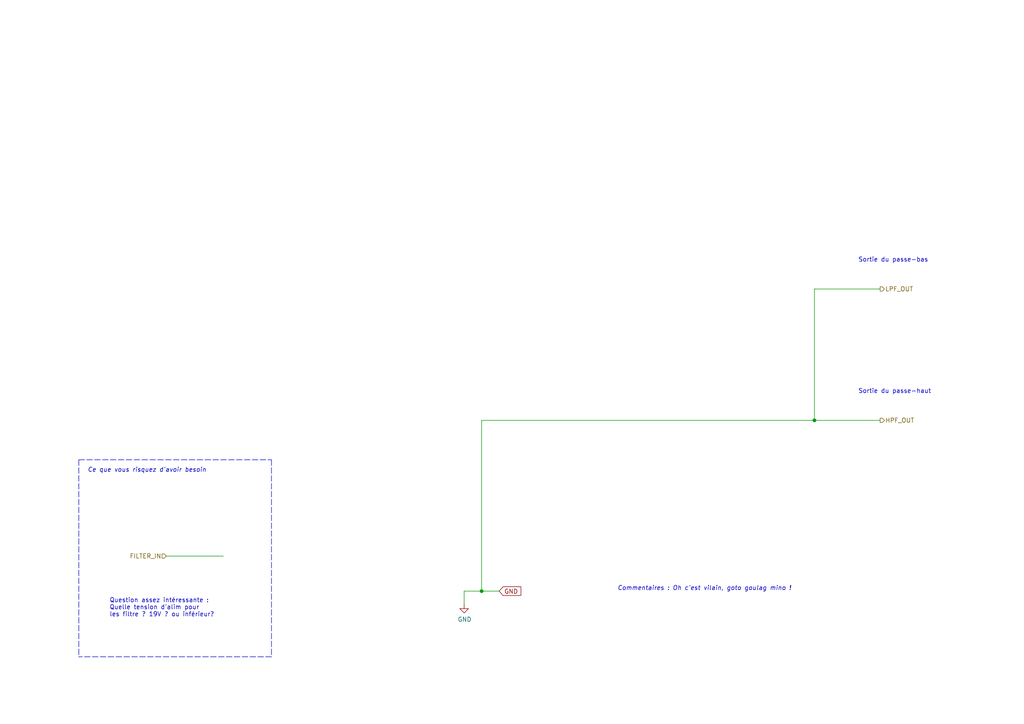
<source format=kicad_sch>
(kicad_sch (version 20211123) (generator eeschema)

  (uuid 9286cf02-1563-41d2-9931-c192c33bab31)

  (paper "A4")

  (lib_symbols
    (symbol "power:GND" (power) (pin_names (offset 0)) (in_bom yes) (on_board yes)
      (property "Reference" "#PWR" (id 0) (at 0 -6.35 0)
        (effects (font (size 1.27 1.27)) hide)
      )
      (property "Value" "GND" (id 1) (at 0 -3.81 0)
        (effects (font (size 1.27 1.27)))
      )
      (property "Footprint" "" (id 2) (at 0 0 0)
        (effects (font (size 1.27 1.27)) hide)
      )
      (property "Datasheet" "" (id 3) (at 0 0 0)
        (effects (font (size 1.27 1.27)) hide)
      )
      (property "ki_keywords" "power-flag" (id 4) (at 0 0 0)
        (effects (font (size 1.27 1.27)) hide)
      )
      (property "ki_description" "Power symbol creates a global label with name \"GND\" , ground" (id 5) (at 0 0 0)
        (effects (font (size 1.27 1.27)) hide)
      )
      (symbol "GND_0_1"
        (polyline
          (pts
            (xy 0 0)
            (xy 0 -1.27)
            (xy 1.27 -1.27)
            (xy 0 -2.54)
            (xy -1.27 -1.27)
            (xy 0 -1.27)
          )
          (stroke (width 0) (type default) (color 0 0 0 0))
          (fill (type none))
        )
      )
      (symbol "GND_1_1"
        (pin power_in line (at 0 0 270) (length 0) hide
          (name "GND" (effects (font (size 1.27 1.27))))
          (number "1" (effects (font (size 1.27 1.27))))
        )
      )
    )
  )

  (junction (at 236.22 121.92) (diameter 0) (color 0 0 0 0)
    (uuid 73c2b688-6a02-48cb-84ea-ef7bbefe3710)
  )
  (junction (at 139.7 171.45) (diameter 0) (color 0 0 0 0)
    (uuid ae45d5cd-24bf-4725-a6de-7f3623a519cb)
  )

  (polyline (pts (xy 78.74 190.5) (xy 22.86 190.5))
    (stroke (width 0) (type default) (color 0 0 0 0))
    (uuid 18d11f32-e1a6-4f29-8e3c-0bfeb07299bd)
  )

  (wire (pts (xy 134.62 171.45) (xy 134.62 175.26))
    (stroke (width 0) (type default) (color 0 0 0 0))
    (uuid 191dc40b-3c73-4f8e-855d-63aa32ca539d)
  )
  (polyline (pts (xy 22.86 133.35) (xy 78.74 133.35))
    (stroke (width 0) (type default) (color 0 0 0 0))
    (uuid 6afc19cf-38b4-47a3-bc2b-445b18724310)
  )

  (wire (pts (xy 48.26 161.29) (xy 64.77 161.29))
    (stroke (width 0) (type default) (color 0 0 0 0))
    (uuid 77c8b55d-eb6a-4413-8bcf-1a53c31ad1c1)
  )
  (polyline (pts (xy 78.74 133.35) (xy 78.74 190.5))
    (stroke (width 0) (type default) (color 0 0 0 0))
    (uuid 84d296ba-3d39-4264-ad19-947f90c54396)
  )
  (polyline (pts (xy 22.86 133.35) (xy 22.86 190.5))
    (stroke (width 0) (type default) (color 0 0 0 0))
    (uuid a90361cd-254c-4d27-ae1f-9a6c85bafe28)
  )

  (wire (pts (xy 236.22 121.92) (xy 139.7 121.92))
    (stroke (width 0) (type default) (color 0 0 0 0))
    (uuid acbc1db1-1839-40b3-a000-d5f1c67fbb1c)
  )
  (wire (pts (xy 236.22 121.92) (xy 255.27 121.92))
    (stroke (width 0) (type default) (color 0 0 0 0))
    (uuid b4b795d4-029e-47df-a3a3-8cf4a798917e)
  )
  (wire (pts (xy 134.62 171.45) (xy 139.7 171.45))
    (stroke (width 0) (type default) (color 0 0 0 0))
    (uuid c0f46546-fbd1-426e-96ee-952b0db7f210)
  )
  (wire (pts (xy 139.7 171.45) (xy 144.78 171.45))
    (stroke (width 0) (type default) (color 0 0 0 0))
    (uuid d1a5c6e8-4d61-4cf2-be24-2d52047021b8)
  )
  (wire (pts (xy 236.22 83.82) (xy 236.22 121.92))
    (stroke (width 0) (type default) (color 0 0 0 0))
    (uuid e5f21619-baf6-44cf-a885-d87a4d746684)
  )
  (wire (pts (xy 255.27 83.82) (xy 236.22 83.82))
    (stroke (width 0) (type default) (color 0 0 0 0))
    (uuid e972d81b-04a3-42f3-91df-f5a9001bddbd)
  )
  (wire (pts (xy 139.7 121.92) (xy 139.7 171.45))
    (stroke (width 0) (type default) (color 0 0 0 0))
    (uuid f7844421-2443-455e-b152-603db1ace4ff)
  )

  (text "Sortie du passe-haut" (at 248.92 114.3 0)
    (effects (font (size 1.27 1.27)) (justify left bottom))
    (uuid 73843872-5cdb-4bdf-82f9-7b94ee417ffd)
  )
  (text "Question assez intéressante :\nQuelle tension d'alim pour \nles filtre ? 19V ? ou inférieur?\n"
    (at 31.75 179.07 0)
    (effects (font (size 1.27 1.27)) (justify left bottom))
    (uuid 8aeafdae-6d70-477e-8276-fb2ef4e4265f)
  )
  (text "Commentaires : Oh c'est vilain, goto goulag mino !"
    (at 179.07 171.45 0)
    (effects (font (size 1.27 1.27) italic) (justify left bottom))
    (uuid b59f18ce-2e34-4b6e-b14d-8d73b8268179)
  )
  (text "Sortie du passe-bas" (at 248.92 76.2 0)
    (effects (font (size 1.27 1.27)) (justify left bottom))
    (uuid bce0ebc9-0902-4f36-9489-5871dc68a712)
  )
  (text "Ce que vous risquez d'avoir besoin" (at 25.4 137.16 0)
    (effects (font (size 1.27 1.27) italic) (justify left bottom))
    (uuid fe14c012-3d58-4e5e-9a37-4b9765a7f764)
  )

  (global_label "GND" (shape input) (at 144.78 171.45 0) (fields_autoplaced)
    (effects (font (size 1.27 1.27)) (justify left))
    (uuid a293eb6d-7f1c-40e6-9d42-497138a0e9b2)
    (property "Intersheet References" "${INTERSHEET_REFS}" (id 0) (at 150.9747 171.3706 0)
      (effects (font (size 1.27 1.27)) (justify left) hide)
    )
  )

  (hierarchical_label "LPF_OUT" (shape output) (at 255.27 83.82 0)
    (effects (font (size 1.27 1.27)) (justify left))
    (uuid 2f0028e1-7a14-4483-a517-a882aba06537)
  )
  (hierarchical_label "FILTER_IN" (shape input) (at 48.26 161.29 180)
    (effects (font (size 1.27 1.27)) (justify right))
    (uuid 62507e6e-d57c-4047-97f8-0fa5551ce238)
  )
  (hierarchical_label "HPF_OUT" (shape output) (at 255.27 121.92 0)
    (effects (font (size 1.27 1.27)) (justify left))
    (uuid f41957b5-f549-4da3-891d-f1e70abe72bb)
  )

  (symbol (lib_id "power:GND") (at 134.62 175.26 0) (unit 1)
    (in_bom yes) (on_board yes)
    (uuid 787dbe01-5209-4e85-97ab-39107c7c94c6)
    (property "Reference" "#PWR0106" (id 0) (at 134.62 181.61 0)
      (effects (font (size 1.27 1.27)) hide)
    )
    (property "Value" "GND" (id 1) (at 134.747 179.6542 0))
    (property "Footprint" "" (id 2) (at 134.62 175.26 0)
      (effects (font (size 1.27 1.27)) hide)
    )
    (property "Datasheet" "" (id 3) (at 134.62 175.26 0)
      (effects (font (size 1.27 1.27)) hide)
    )
    (pin "1" (uuid a638e145-42f4-42ba-9940-c5d8c78ad5d6))
  )
)

</source>
